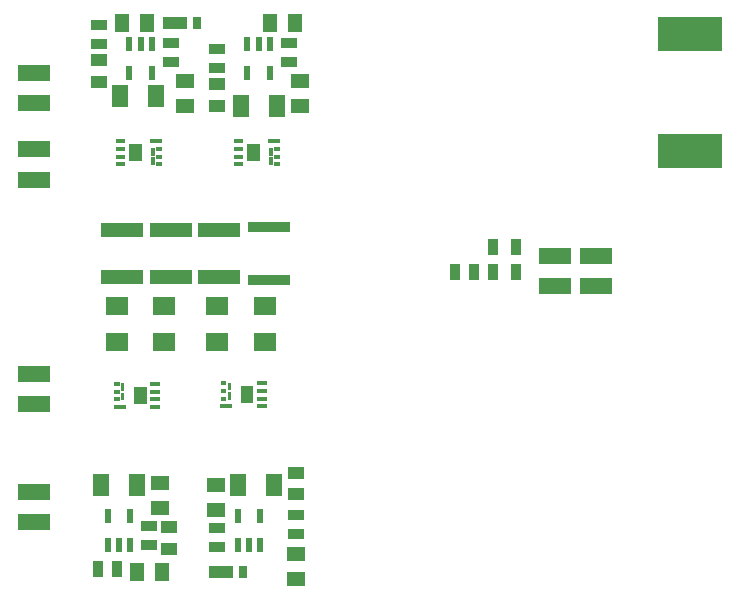
<source format=gtp>
G04*
G04 #@! TF.GenerationSoftware,Altium Limited,Altium Designer,20.1.12 (249)*
G04*
G04 Layer_Color=8421504*
%FSLAX44Y44*%
%MOMM*%
G71*
G04*
G04 #@! TF.SameCoordinates,CC81BD5A-250F-4E5F-800E-8ED098A84927*
G04*
G04*
G04 #@! TF.FilePolarity,Positive*
G04*
G01*
G75*
%ADD13R,1.0000X0.3400*%
%ADD14R,0.8000X1.1000*%
%ADD15R,2.0000X1.1000*%
%ADD16R,2.8200X1.4300*%
%ADD17R,0.9500X1.4500*%
%ADD18R,1.2065X1.5082*%
%ADD19R,0.6000X1.2000*%
%ADD20R,1.4500X1.0500*%
%ADD21R,1.3561X1.8582*%
%ADD22R,1.5082X1.2065*%
%ADD23R,1.9062X1.5046*%
%ADD24R,3.6100X0.8100*%
%ADD25R,3.5200X1.2500*%
%ADD26R,1.3900X0.9600*%
%ADD27R,0.9600X1.3900*%
%ADD28R,5.4000X2.9000*%
G36*
X132200Y282500D02*
X127200D01*
Y286000D01*
X132200D01*
Y282500D01*
D02*
G37*
G36*
X136350Y278400D02*
X133150D01*
Y285000D01*
X136350D01*
Y278400D01*
D02*
G37*
G36*
X132200Y276000D02*
X127200D01*
Y279500D01*
X132200D01*
Y276000D01*
D02*
G37*
G36*
X136350Y270400D02*
X133150D01*
Y277000D01*
X136350D01*
Y270400D01*
D02*
G37*
G36*
X132200Y269500D02*
X127200D01*
Y273000D01*
X132200D01*
Y269500D01*
D02*
G37*
G36*
X166300Y282500D02*
X158300D01*
Y286000D01*
X166300D01*
Y282500D01*
D02*
G37*
G36*
Y276000D02*
X158300D01*
Y279500D01*
X166300D01*
Y276000D01*
D02*
G37*
G36*
Y269500D02*
X158300D01*
Y273000D01*
X166300D01*
Y269500D01*
D02*
G37*
G36*
X155100Y267250D02*
X144300D01*
Y281750D01*
X155100D01*
Y267250D01*
D02*
G37*
G36*
X166300Y263000D02*
X158300D01*
Y266500D01*
X166300D01*
Y263000D01*
D02*
G37*
G36*
X222700Y283000D02*
X217700D01*
Y286500D01*
X222700D01*
Y283000D01*
D02*
G37*
G36*
X226850Y278900D02*
X223650D01*
Y285500D01*
X226850D01*
Y278900D01*
D02*
G37*
G36*
X222700Y276500D02*
X217700D01*
Y280000D01*
X222700D01*
Y276500D01*
D02*
G37*
G36*
X226850Y270900D02*
X223650D01*
Y277500D01*
X226850D01*
Y270900D01*
D02*
G37*
G36*
X222700Y270000D02*
X217700D01*
Y273500D01*
X222700D01*
Y270000D01*
D02*
G37*
G36*
X256800Y283000D02*
X248800D01*
Y286500D01*
X256800D01*
Y283000D01*
D02*
G37*
G36*
Y276500D02*
X248800D01*
Y280000D01*
X256800D01*
Y276500D01*
D02*
G37*
G36*
Y270000D02*
X248800D01*
Y273500D01*
X256800D01*
Y270000D01*
D02*
G37*
G36*
X245600Y267750D02*
X234800D01*
Y282250D01*
X245600D01*
Y267750D01*
D02*
G37*
G36*
X256800Y263500D02*
X248800D01*
Y267000D01*
X256800D01*
Y263500D01*
D02*
G37*
G36*
X136800Y488000D02*
X128800D01*
Y491500D01*
X136800D01*
Y488000D01*
D02*
G37*
G36*
Y481500D02*
X128800D01*
Y485000D01*
X136800D01*
Y481500D01*
D02*
G37*
G36*
Y475000D02*
X128800D01*
Y478500D01*
X136800D01*
Y475000D01*
D02*
G37*
G36*
X150800Y472750D02*
X140000D01*
Y487250D01*
X150800D01*
Y472750D01*
D02*
G37*
G36*
X136800Y468500D02*
X128800D01*
Y472000D01*
X136800D01*
Y468500D01*
D02*
G37*
G36*
X167900Y481500D02*
X162900D01*
Y485000D01*
X167900D01*
Y481500D01*
D02*
G37*
G36*
X161950Y477500D02*
X158750D01*
Y484100D01*
X161950D01*
Y477500D01*
D02*
G37*
G36*
X167900Y475000D02*
X162900D01*
Y478500D01*
X167900D01*
Y475000D01*
D02*
G37*
G36*
X161950Y469500D02*
X158750D01*
Y476100D01*
X161950D01*
Y469500D01*
D02*
G37*
G36*
X167900Y468500D02*
X162900D01*
Y472000D01*
X167900D01*
Y468500D01*
D02*
G37*
G36*
X237050Y488000D02*
X229050D01*
Y491500D01*
X237050D01*
Y488000D01*
D02*
G37*
G36*
Y481500D02*
X229050D01*
Y485000D01*
X237050D01*
Y481500D01*
D02*
G37*
G36*
Y475000D02*
X229050D01*
Y478500D01*
X237050D01*
Y475000D01*
D02*
G37*
G36*
X251050Y472750D02*
X240250D01*
Y487250D01*
X251050D01*
Y472750D01*
D02*
G37*
G36*
X237050Y468500D02*
X229050D01*
Y472000D01*
X237050D01*
Y468500D01*
D02*
G37*
G36*
X268150Y481500D02*
X263150D01*
Y485000D01*
X268150D01*
Y481500D01*
D02*
G37*
G36*
X262200Y477500D02*
X259000D01*
Y484100D01*
X262200D01*
Y477500D01*
D02*
G37*
G36*
X268150Y475000D02*
X263150D01*
Y478500D01*
X268150D01*
Y475000D01*
D02*
G37*
G36*
X262200Y469500D02*
X259000D01*
Y476100D01*
X262200D01*
Y469500D01*
D02*
G37*
G36*
X268150Y468500D02*
X263150D01*
Y472000D01*
X268150D01*
Y468500D01*
D02*
G37*
D13*
X222750Y265250D02*
D03*
X132250Y264750D02*
D03*
X263100Y489750D02*
D03*
X162850D02*
D03*
D14*
X198000Y590000D02*
D03*
X236750Y125000D02*
D03*
D15*
X179000Y590000D02*
D03*
X217750Y125000D02*
D03*
D16*
X60000Y267100D02*
D03*
Y292900D02*
D03*
Y457100D02*
D03*
Y482900D02*
D03*
Y547900D02*
D03*
Y522100D02*
D03*
Y167100D02*
D03*
Y192900D02*
D03*
X501115Y367100D02*
D03*
Y392900D02*
D03*
X535358Y367100D02*
D03*
Y392900D02*
D03*
D17*
X467750Y378957D02*
D03*
X448250D02*
D03*
Y400000D02*
D03*
X467750D02*
D03*
D18*
X134491Y590000D02*
D03*
X155509D02*
D03*
X147241Y125000D02*
D03*
X168259D02*
D03*
X280509Y590000D02*
D03*
X259491D02*
D03*
D19*
X159500Y547500D02*
D03*
X140500D02*
D03*
Y572500D02*
D03*
X150000D02*
D03*
X159500D02*
D03*
X232250Y147500D02*
D03*
X241750D02*
D03*
X251250D02*
D03*
Y172500D02*
D03*
X232250D02*
D03*
X122250Y147500D02*
D03*
X131750D02*
D03*
X141250D02*
D03*
Y172500D02*
D03*
X122250D02*
D03*
X259500Y572500D02*
D03*
X250000D02*
D03*
X240500D02*
D03*
Y547500D02*
D03*
X259500D02*
D03*
D20*
X174000Y163250D02*
D03*
Y144750D02*
D03*
X281750Y190750D02*
D03*
Y209250D02*
D03*
X115000Y539750D02*
D03*
Y558250D02*
D03*
X215000Y519750D02*
D03*
Y538250D02*
D03*
D21*
X132739Y528000D02*
D03*
X163261D02*
D03*
X232489Y199084D02*
D03*
X263011D02*
D03*
X147011D02*
D03*
X116489D02*
D03*
X234739Y520000D02*
D03*
X265261D02*
D03*
D22*
X281750Y140509D02*
D03*
Y119491D02*
D03*
X188000Y519491D02*
D03*
Y540509D02*
D03*
X213750Y198508D02*
D03*
Y177491D02*
D03*
X285000Y540509D02*
D03*
Y519491D02*
D03*
X166750Y200508D02*
D03*
Y179491D02*
D03*
D23*
X255000Y319992D02*
D03*
Y350008D02*
D03*
X215000Y319992D02*
D03*
Y350008D02*
D03*
X170000Y319992D02*
D03*
Y350008D02*
D03*
X130323Y319992D02*
D03*
Y350008D02*
D03*
D24*
X258370Y417500D02*
D03*
Y372500D02*
D03*
D25*
X216628Y414800D02*
D03*
Y375200D02*
D03*
X175385Y414800D02*
D03*
Y375200D02*
D03*
X134143Y414800D02*
D03*
Y375200D02*
D03*
D26*
X176000Y573100D02*
D03*
Y556900D02*
D03*
X214750Y145900D02*
D03*
Y162100D02*
D03*
X276000Y573100D02*
D03*
Y556900D02*
D03*
X281750Y173100D02*
D03*
Y156900D02*
D03*
X115000Y571900D02*
D03*
Y588100D02*
D03*
X156750Y164100D02*
D03*
Y147900D02*
D03*
X215000Y551900D02*
D03*
Y568100D02*
D03*
D27*
X113650Y127458D02*
D03*
X129850D02*
D03*
X432407Y379000D02*
D03*
X416208D02*
D03*
D28*
X615000Y580793D02*
D03*
Y481792D02*
D03*
M02*

</source>
